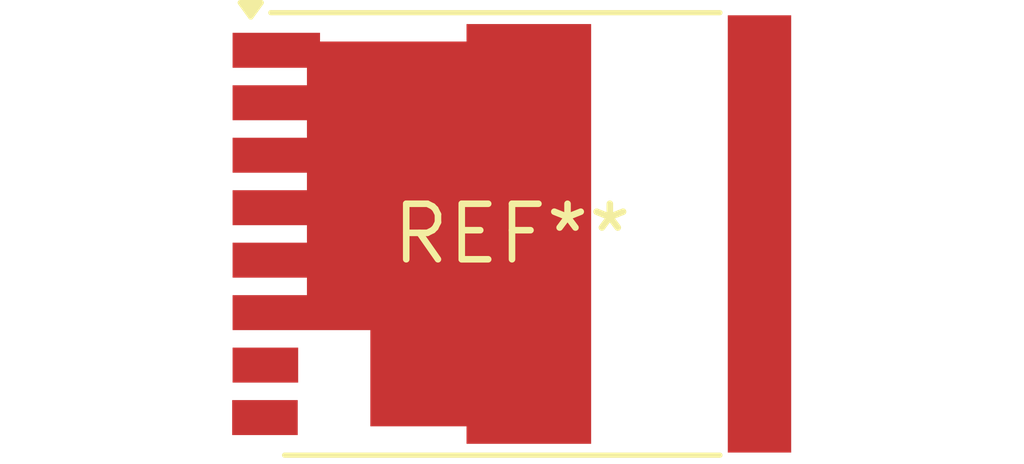
<source format=kicad_pcb>
(kicad_pcb (version 20240108) (generator pcbnew)
  (layers (0 "F.Cu" signal) (31 "B.Cu" signal) (34 "B.Paste" user) (35 "F.Paste" user) (36 "B.SilkS" user "B.Silkscreen") (37 "F.SilkS" user "F.Silkscreen") (38 "B.Mask" user) (39 "F.Mask" user) (44 "Edge.Cuts" user))
  (net 0 "")
  (footprint "Infineon_PG-HSOF-8-3" (layer "F.Cu") (at 0 0)
    (property "Reference" "REF**")
    (property "Value" "Infineon_PG-HSOF-8-3")
    (fp_line (start -5.515 -5.06) (end 4.755 -5.06) (layer "F.SilkS") (stroke (width 0.12)))
    (fp_line (start -5.2 5.06) (end 4.755 5.06) (layer "F.SilkS") (stroke (width 0.12)))
    (fp_poly (pts (xy -5.975 -4.96) (xy -5.735 -5.29) (xy -6.215 -5.29) (xy -5.975 -4.96)) (layer "F.SilkS") (stroke (width 0.12)) (fill solid))
    (pad "1" smd custom (at 0.385 0) (size 2.85 9.6) (layers "F.Cu" "F.Mask") (options (clearance outline) (anchor rect)) (primitives (gr_poly (pts (xy -4.775 -4.4) (xy -1.425 -4.4) (xy -1.425 4.4) (xy -3.625 4.4) (xy -3.625 2.2) (xy -6.775 2.2) (xy -6.775 1.4) (xy -5.075 1.4) (xy -5.075 1) (xy -6.775 1) (xy -6.775 0.2) (xy -5.075 0.2) (xy -5.075 -0.2) (xy -6.775 -0.2) (xy -6.775 -1) (xy -5.075 -1) (xy -5.075 -1.4) (xy -6.775 -1.4) (xy -6.775 -2.2) (xy -5.075 -2.2) (xy -5.075 -2.6) (xy -6.775 -2.6) (xy -6.775 -3.4) (xy -5.075 -3.4) (xy -5.075 -3.8) (xy -6.775 -3.8) (xy -6.775 -4.6) (xy -4.775 -4.6)) (width 0) (fill yes))))
    (pad "2" smd rect (at -5.64 3) (size 1.5 0.8) (layers "F.Cu" "F.Paste" "F.Mask"))
    (pad "3" smd rect (at -5.65 4.2) (size 1.5 0.8) (layers "F.Cu" "F.Paste" "F.Mask"))
    (pad "4" smd rect (at 5.66 0) (size 1.45 10) (layers "F.Cu" "F.Mask"))
  )
)
</source>
